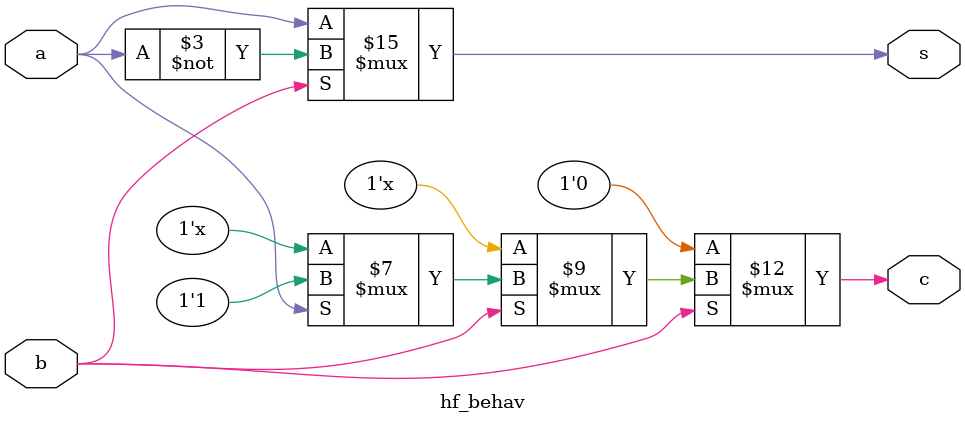
<source format=v>
`timescale 1ns / 1ps


module hf_behav(

output reg s,c,
input a,b

    );
    always @(*)begin
    if(b==1)begin
    s=~a;
     if(a==1)begin
     c=1;
     end
    end
    else begin
    s=a;
    c=1'b0;
    end
    end
    
endmodule

</source>
